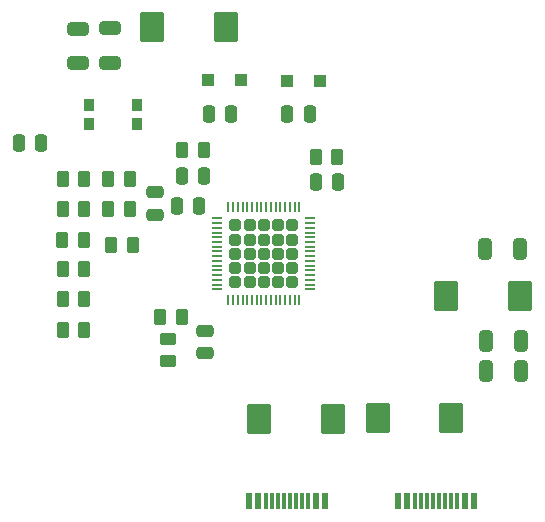
<source format=gbr>
%TF.GenerationSoftware,KiCad,Pcbnew,(6.0.5)*%
%TF.CreationDate,2022-06-14T13:50:17+08:00*%
%TF.ProjectId,V4.0,56342e30-2e6b-4696-9361-645f70636258,rev?*%
%TF.SameCoordinates,Original*%
%TF.FileFunction,Paste,Top*%
%TF.FilePolarity,Positive*%
%FSLAX46Y46*%
G04 Gerber Fmt 4.6, Leading zero omitted, Abs format (unit mm)*
G04 Created by KiCad (PCBNEW (6.0.5)) date 2022-06-14 13:50:17*
%MOMM*%
%LPD*%
G01*
G04 APERTURE LIST*
G04 Aperture macros list*
%AMRoundRect*
0 Rectangle with rounded corners*
0 $1 Rounding radius*
0 $2 $3 $4 $5 $6 $7 $8 $9 X,Y pos of 4 corners*
0 Add a 4 corners polygon primitive as box body*
4,1,4,$2,$3,$4,$5,$6,$7,$8,$9,$2,$3,0*
0 Add four circle primitives for the rounded corners*
1,1,$1+$1,$2,$3*
1,1,$1+$1,$4,$5*
1,1,$1+$1,$6,$7*
1,1,$1+$1,$8,$9*
0 Add four rect primitives between the rounded corners*
20,1,$1+$1,$2,$3,$4,$5,0*
20,1,$1+$1,$4,$5,$6,$7,0*
20,1,$1+$1,$6,$7,$8,$9,0*
20,1,$1+$1,$8,$9,$2,$3,0*%
G04 Aperture macros list end*
%ADD10RoundRect,0.250000X-0.450000X0.262500X-0.450000X-0.262500X0.450000X-0.262500X0.450000X0.262500X0*%
%ADD11RoundRect,0.250000X0.262500X0.450000X-0.262500X0.450000X-0.262500X-0.450000X0.262500X-0.450000X0*%
%ADD12RoundRect,0.250000X-0.325000X-0.650000X0.325000X-0.650000X0.325000X0.650000X-0.325000X0.650000X0*%
%ADD13RoundRect,0.250000X-0.250000X-0.475000X0.250000X-0.475000X0.250000X0.475000X-0.250000X0.475000X0*%
%ADD14RoundRect,0.250000X0.650000X-0.325000X0.650000X0.325000X-0.650000X0.325000X-0.650000X-0.325000X0*%
%ADD15RoundRect,0.250000X0.250000X0.475000X-0.250000X0.475000X-0.250000X-0.475000X0.250000X-0.475000X0*%
%ADD16RoundRect,0.250000X-0.787500X-1.025000X0.787500X-1.025000X0.787500X1.025000X-0.787500X1.025000X0*%
%ADD17R,0.900000X1.000000*%
%ADD18RoundRect,0.250000X0.253488X0.253488X-0.253488X0.253488X-0.253488X-0.253488X0.253488X-0.253488X0*%
%ADD19RoundRect,0.050000X0.350000X0.050000X-0.350000X0.050000X-0.350000X-0.050000X0.350000X-0.050000X0*%
%ADD20RoundRect,0.050000X0.050000X0.350000X-0.050000X0.350000X-0.050000X-0.350000X0.050000X-0.350000X0*%
%ADD21R,1.100000X1.100000*%
%ADD22RoundRect,0.250000X0.475000X-0.250000X0.475000X0.250000X-0.475000X0.250000X-0.475000X-0.250000X0*%
%ADD23R,0.600000X1.450000*%
%ADD24R,0.300000X1.450000*%
%ADD25RoundRect,0.250000X-0.475000X0.250000X-0.475000X-0.250000X0.475000X-0.250000X0.475000X0.250000X0*%
G04 APERTURE END LIST*
D10*
%TO.C,RNTC1*%
X120954800Y-104270800D03*
X120954800Y-106095800D03*
%TD*%
D11*
%TO.C,RPMAX1*%
X122070500Y-102412800D03*
X120245500Y-102412800D03*
%TD*%
%TO.C,R18*%
X113790100Y-95834200D03*
X111965100Y-95834200D03*
%TD*%
D12*
%TO.C,C5*%
X147800800Y-96647000D03*
X150750800Y-96647000D03*
%TD*%
%TO.C,C7*%
X147826200Y-106934000D03*
X150776200Y-106934000D03*
%TD*%
D11*
%TO.C,R8*%
X123950100Y-88239600D03*
X122125100Y-88239600D03*
%TD*%
%TO.C,R12*%
X117676300Y-90703400D03*
X115851300Y-90703400D03*
%TD*%
D13*
%TO.C,D2*%
X108295400Y-87630000D03*
X110195400Y-87630000D03*
%TD*%
D11*
%TO.C,R16*%
X113815500Y-100838000D03*
X111990500Y-100838000D03*
%TD*%
D14*
%TO.C,C18*%
X113309400Y-80900800D03*
X113309400Y-77950800D03*
%TD*%
D11*
%TO.C,R11*%
X117676300Y-93192600D03*
X115851300Y-93192600D03*
%TD*%
D15*
%TO.C,C12*%
X126273600Y-85191600D03*
X124373600Y-85191600D03*
%TD*%
D13*
%TO.C,C11*%
X131028400Y-85191600D03*
X132928400Y-85191600D03*
%TD*%
D16*
%TO.C,C4*%
X128637500Y-111000000D03*
X134862500Y-111000000D03*
%TD*%
D17*
%TO.C,SW1*%
X118305800Y-84442400D03*
X114205800Y-84442400D03*
X114205800Y-86042400D03*
X118305800Y-86042400D03*
%TD*%
D18*
%TO.C,U1*%
X127832000Y-98228000D03*
X126632000Y-97028000D03*
X131432000Y-94628000D03*
X127832000Y-99428000D03*
X126632000Y-95828000D03*
X126632000Y-94628000D03*
X127832000Y-95828000D03*
X129032000Y-98228000D03*
X131432000Y-98228000D03*
X131432000Y-99428000D03*
X130232000Y-99428000D03*
X129032000Y-95828000D03*
X126632000Y-98228000D03*
X131432000Y-97028000D03*
X130232000Y-94628000D03*
X127832000Y-94628000D03*
X131432000Y-95828000D03*
X130232000Y-98228000D03*
X127832000Y-97028000D03*
X130232000Y-97028000D03*
X129032000Y-99428000D03*
X129032000Y-97028000D03*
X130232000Y-95828000D03*
X129032000Y-94628000D03*
X126632000Y-99428000D03*
D19*
X132982000Y-100028000D03*
X132982000Y-99628000D03*
X132982000Y-99228000D03*
X132982000Y-98828000D03*
X132982000Y-98428000D03*
X132982000Y-98028000D03*
X132982000Y-97628000D03*
X132982000Y-97228000D03*
X132982000Y-96828000D03*
X132982000Y-96428000D03*
X132982000Y-96028000D03*
X132982000Y-95628000D03*
X132982000Y-95228000D03*
X132982000Y-94828000D03*
X132982000Y-94428000D03*
X132982000Y-94028000D03*
D20*
X132032000Y-93078000D03*
X131632000Y-93078000D03*
X131232000Y-93078000D03*
X130832000Y-93078000D03*
X130432000Y-93078000D03*
X130032000Y-93078000D03*
X129632000Y-93078000D03*
X129232000Y-93078000D03*
X128832000Y-93078000D03*
X128432000Y-93078000D03*
X128032000Y-93078000D03*
X127632000Y-93078000D03*
X127232000Y-93078000D03*
X126832000Y-93078000D03*
X126432000Y-93078000D03*
X126032000Y-93078000D03*
D19*
X125082000Y-94028000D03*
X125082000Y-94428000D03*
X125082000Y-94828000D03*
X125082000Y-95228000D03*
X125082000Y-95628000D03*
X125082000Y-96028000D03*
X125082000Y-96428000D03*
X125082000Y-96828000D03*
X125082000Y-97228000D03*
X125082000Y-97628000D03*
X125082000Y-98028000D03*
X125082000Y-98428000D03*
X125082000Y-98828000D03*
X125082000Y-99228000D03*
X125082000Y-99628000D03*
X125082000Y-100028000D03*
D20*
X126032000Y-100978000D03*
X126432000Y-100978000D03*
X126832000Y-100978000D03*
X127232000Y-100978000D03*
X127632000Y-100978000D03*
X128032000Y-100978000D03*
X128432000Y-100978000D03*
X128832000Y-100978000D03*
X129232000Y-100978000D03*
X129632000Y-100978000D03*
X130032000Y-100978000D03*
X130432000Y-100978000D03*
X130832000Y-100978000D03*
X131232000Y-100978000D03*
X131632000Y-100978000D03*
X132032000Y-100978000D03*
%TD*%
D12*
%TO.C,C6*%
X147877000Y-104394000D03*
X150827000Y-104394000D03*
%TD*%
D11*
%TO.C,R19*%
X113815500Y-93218000D03*
X111990500Y-93218000D03*
%TD*%
D16*
%TO.C,C8*%
X144461500Y-100584000D03*
X150686500Y-100584000D03*
%TD*%
D21*
%TO.C,D3*%
X127130000Y-82321400D03*
X124330000Y-82321400D03*
%TD*%
D11*
%TO.C,R17*%
X113815500Y-98298000D03*
X111990500Y-98298000D03*
%TD*%
D16*
%TO.C,C16*%
X119569500Y-77851000D03*
X125794500Y-77851000D03*
%TD*%
%TO.C,C2*%
X138687500Y-110900000D03*
X144912500Y-110900000D03*
%TD*%
D15*
%TO.C,C14*%
X123555800Y-92938600D03*
X121655800Y-92938600D03*
%TD*%
%TO.C,C10*%
X135316000Y-90957400D03*
X133416000Y-90957400D03*
%TD*%
D11*
%TO.C,R10*%
X117930300Y-96316800D03*
X116105300Y-96316800D03*
%TD*%
%TO.C,R20*%
X113815500Y-90678000D03*
X111990500Y-90678000D03*
%TD*%
D22*
%TO.C,C15*%
X124053600Y-105420200D03*
X124053600Y-103520200D03*
%TD*%
D14*
%TO.C,C17*%
X116027200Y-80875400D03*
X116027200Y-77925400D03*
%TD*%
D13*
%TO.C,C13*%
X122087600Y-90424000D03*
X123987600Y-90424000D03*
%TD*%
D23*
%TO.C,J2*%
X140361600Y-117955000D03*
X141161600Y-117955000D03*
D24*
X142361600Y-117955000D03*
X143361600Y-117955000D03*
X143861600Y-117955000D03*
X144861600Y-117955000D03*
D23*
X146061600Y-117955000D03*
X146861600Y-117955000D03*
X146861600Y-117955000D03*
X146061600Y-117955000D03*
D24*
X145361600Y-117955000D03*
X144361600Y-117955000D03*
X142861600Y-117955000D03*
X141861600Y-117955000D03*
D23*
X141161600Y-117955000D03*
X140361600Y-117955000D03*
%TD*%
D11*
%TO.C,R3*%
X135253100Y-88823800D03*
X133428100Y-88823800D03*
%TD*%
D23*
%TO.C,J3*%
X127750000Y-117955000D03*
X128550000Y-117955000D03*
D24*
X129750000Y-117955000D03*
X130750000Y-117955000D03*
X131250000Y-117955000D03*
X132250000Y-117955000D03*
D23*
X133450000Y-117955000D03*
X134250000Y-117955000D03*
X134250000Y-117955000D03*
X133450000Y-117955000D03*
D24*
X132750000Y-117955000D03*
X131750000Y-117955000D03*
X130250000Y-117955000D03*
X129250000Y-117955000D03*
D23*
X128550000Y-117955000D03*
X127750000Y-117955000D03*
%TD*%
D25*
%TO.C,C22*%
X119811800Y-91810800D03*
X119811800Y-93710800D03*
%TD*%
D21*
%TO.C,D1*%
X131010200Y-82372200D03*
X133810200Y-82372200D03*
%TD*%
D11*
%TO.C,R15*%
X113815500Y-103505000D03*
X111990500Y-103505000D03*
%TD*%
M02*

</source>
